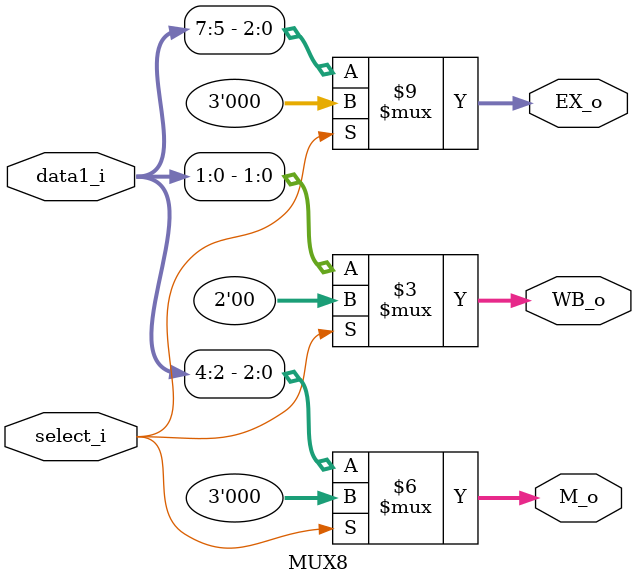
<source format=v>
module MUX8
(
    data1_i,
    select_i,
    WB_o,
    M_o,
    EX_o
);

input	 [7:0]		data1_i;
input	    			select_i;
output [2:0]		EX_o;
output [2:0]    M_o;
output [1:0]    WB_o;

reg	 	 [2:0]		EX_o;
reg    [2:0]    M_o;
reg    [1:0]    WB_o;

always@(data1_i or select_i) begin

      if(select_i) begin  //HDU ==>stall
          EX_o  = 3'd0;
          M_o   = 3'd0;
          WB_o  = 2'd0;
      end

      else begin 
		      EX_o  = data1_i[7:5];
          M_o   = data1_i[4:2];
          WB_o  = data1_i[1:0];
      end
  end

endmodule

</source>
